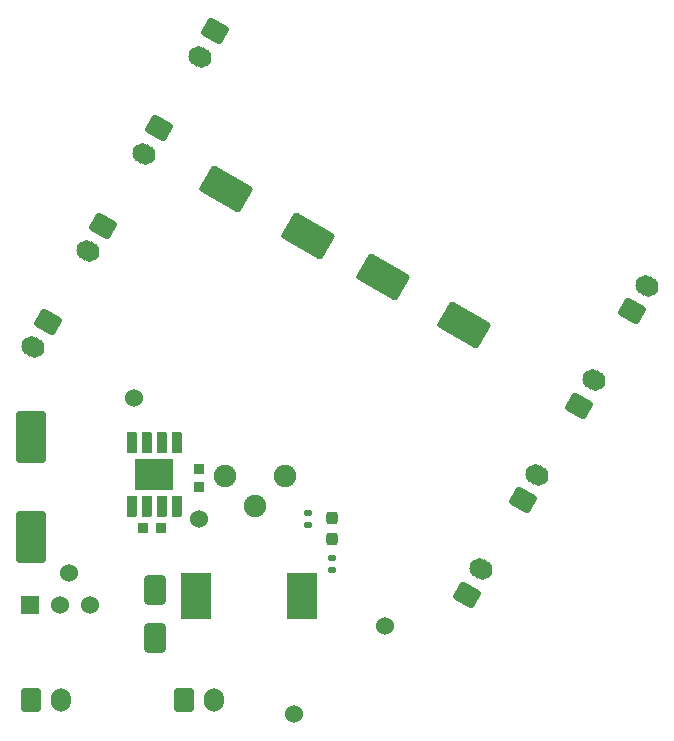
<source format=gbr>
%TF.GenerationSoftware,KiCad,Pcbnew,9.0.5*%
%TF.CreationDate,2025-10-28T18:52:09+09:00*%
%TF.ProjectId,2025_power,32303235-5f70-46f7-9765-722e6b696361,rev?*%
%TF.SameCoordinates,Original*%
%TF.FileFunction,Soldermask,Top*%
%TF.FilePolarity,Negative*%
%FSLAX46Y46*%
G04 Gerber Fmt 4.6, Leading zero omitted, Abs format (unit mm)*
G04 Created by KiCad (PCBNEW 9.0.5) date 2025-10-28 18:52:09*
%MOMM*%
%LPD*%
G01*
G04 APERTURE LIST*
G04 Aperture macros list*
%AMRoundRect*
0 Rectangle with rounded corners*
0 $1 Rounding radius*
0 $2 $3 $4 $5 $6 $7 $8 $9 X,Y pos of 4 corners*
0 Add a 4 corners polygon primitive as box body*
4,1,4,$2,$3,$4,$5,$6,$7,$8,$9,$2,$3,0*
0 Add four circle primitives for the rounded corners*
1,1,$1+$1,$2,$3*
1,1,$1+$1,$4,$5*
1,1,$1+$1,$6,$7*
1,1,$1+$1,$8,$9*
0 Add four rect primitives between the rounded corners*
20,1,$1+$1,$2,$3,$4,$5,0*
20,1,$1+$1,$4,$5,$6,$7,0*
20,1,$1+$1,$6,$7,$8,$9,0*
20,1,$1+$1,$8,$9,$2,$3,0*%
%AMHorizOval*
0 Thick line with rounded ends*
0 $1 width*
0 $2 $3 position (X,Y) of the first rounded end (center of the circle)*
0 $4 $5 position (X,Y) of the second rounded end (center of the circle)*
0 Add line between two ends*
20,1,$1,$2,$3,$4,$5,0*
0 Add two circle primitives to create the rounded ends*
1,1,$1,$2,$3*
1,1,$1,$4,$5*%
G04 Aperture macros list end*
%ADD10C,0.010000*%
%ADD11RoundRect,0.135000X-0.185000X0.135000X-0.185000X-0.135000X0.185000X-0.135000X0.185000X0.135000X0*%
%ADD12R,0.900000X0.900000*%
%ADD13RoundRect,0.237500X-0.237500X0.287500X-0.237500X-0.287500X0.237500X-0.287500X0.237500X0.287500X0*%
%ADD14RoundRect,0.250000X-0.600000X-0.750000X0.600000X-0.750000X0.600000X0.750000X-0.600000X0.750000X0*%
%ADD15O,1.700000X2.000000*%
%ADD16RoundRect,0.250000X-2.015544X0.008975X1.015544X-1.741025X2.015544X-0.008975X-1.015544X1.741025X0*%
%ADD17RoundRect,0.250000X-0.349519X0.894615X-0.949519X-0.144615X0.349519X-0.894615X0.949519X0.144615X0*%
%ADD18HorizOval,1.700000X-0.129904X0.075000X0.129904X-0.075000X0*%
%ADD19RoundRect,0.250000X-0.650000X1.000000X-0.650000X-1.000000X0.650000X-1.000000X0.650000X1.000000X0*%
%ADD20C,1.524000*%
%ADD21RoundRect,0.250000X0.349519X-0.894615X0.949519X0.144615X-0.349519X0.894615X-0.949519X-0.144615X0*%
%ADD22RoundRect,0.250000X1.000000X-1.950000X1.000000X1.950000X-1.000000X1.950000X-1.000000X-1.950000X0*%
%ADD23R,1.524000X1.524000*%
%ADD24R,2.500000X4.000000*%
%ADD25C,1.900000*%
G04 APERTURE END LIST*
D10*
%TO.C,U1*%
X99450000Y-97450000D02*
X96350000Y-97450000D01*
X96350000Y-94850000D01*
X99450000Y-94850000D01*
X99450000Y-97450000D01*
G36*
X99450000Y-97450000D02*
G01*
X96350000Y-97450000D01*
X96350000Y-94850000D01*
X99450000Y-94850000D01*
X99450000Y-97450000D01*
G37*
X96323000Y-92606000D02*
X96325000Y-92606000D01*
X96328000Y-92607000D01*
X96330000Y-92607000D01*
X96333000Y-92608000D01*
X96335000Y-92609000D01*
X96338000Y-92610000D01*
X96340000Y-92612000D01*
X96342000Y-92613000D01*
X96344000Y-92615000D01*
X96346000Y-92616000D01*
X96348000Y-92618000D01*
X96350000Y-92620000D01*
X96352000Y-92622000D01*
X96354000Y-92624000D01*
X96355000Y-92626000D01*
X96357000Y-92628000D01*
X96358000Y-92630000D01*
X96360000Y-92632000D01*
X96361000Y-92635000D01*
X96362000Y-92637000D01*
X96363000Y-92640000D01*
X96363000Y-92642000D01*
X96364000Y-92645000D01*
X96364000Y-92647000D01*
X96365000Y-92650000D01*
X96365000Y-92652000D01*
X96365000Y-92655000D01*
X96365000Y-94245000D01*
X96365000Y-94248000D01*
X96365000Y-94250000D01*
X96364000Y-94253000D01*
X96364000Y-94255000D01*
X96363000Y-94258000D01*
X96363000Y-94260000D01*
X96362000Y-94263000D01*
X96361000Y-94265000D01*
X96360000Y-94268000D01*
X96358000Y-94270000D01*
X96357000Y-94272000D01*
X96355000Y-94274000D01*
X96354000Y-94276000D01*
X96352000Y-94278000D01*
X96350000Y-94280000D01*
X96348000Y-94282000D01*
X96346000Y-94284000D01*
X96344000Y-94285000D01*
X96342000Y-94287000D01*
X96340000Y-94288000D01*
X96338000Y-94290000D01*
X96335000Y-94291000D01*
X96333000Y-94292000D01*
X96330000Y-94293000D01*
X96328000Y-94293000D01*
X96325000Y-94294000D01*
X96323000Y-94294000D01*
X96320000Y-94295000D01*
X96318000Y-94295000D01*
X96315000Y-94295000D01*
X95675000Y-94295000D01*
X95672000Y-94295000D01*
X95670000Y-94295000D01*
X95667000Y-94294000D01*
X95665000Y-94294000D01*
X95662000Y-94293000D01*
X95660000Y-94293000D01*
X95657000Y-94292000D01*
X95655000Y-94291000D01*
X95652000Y-94290000D01*
X95650000Y-94288000D01*
X95648000Y-94287000D01*
X95646000Y-94285000D01*
X95644000Y-94284000D01*
X95642000Y-94282000D01*
X95640000Y-94280000D01*
X95638000Y-94278000D01*
X95636000Y-94276000D01*
X95635000Y-94274000D01*
X95633000Y-94272000D01*
X95632000Y-94270000D01*
X95630000Y-94268000D01*
X95629000Y-94265000D01*
X95628000Y-94263000D01*
X95627000Y-94260000D01*
X95627000Y-94258000D01*
X95626000Y-94255000D01*
X95626000Y-94253000D01*
X95625000Y-94250000D01*
X95625000Y-94248000D01*
X95625000Y-94245000D01*
X95625000Y-92655000D01*
X95625000Y-92652000D01*
X95625000Y-92650000D01*
X95626000Y-92647000D01*
X95626000Y-92645000D01*
X95627000Y-92642000D01*
X95627000Y-92640000D01*
X95628000Y-92637000D01*
X95629000Y-92635000D01*
X95630000Y-92632000D01*
X95632000Y-92630000D01*
X95633000Y-92628000D01*
X95635000Y-92626000D01*
X95636000Y-92624000D01*
X95638000Y-92622000D01*
X95640000Y-92620000D01*
X95642000Y-92618000D01*
X95644000Y-92616000D01*
X95646000Y-92615000D01*
X95648000Y-92613000D01*
X95650000Y-92612000D01*
X95652000Y-92610000D01*
X95655000Y-92609000D01*
X95657000Y-92608000D01*
X95660000Y-92607000D01*
X95662000Y-92607000D01*
X95665000Y-92606000D01*
X95667000Y-92606000D01*
X95670000Y-92605000D01*
X95672000Y-92605000D01*
X95675000Y-92605000D01*
X96315000Y-92605000D01*
X96318000Y-92605000D01*
X96320000Y-92605000D01*
X96323000Y-92606000D01*
G36*
X96323000Y-92606000D02*
G01*
X96325000Y-92606000D01*
X96328000Y-92607000D01*
X96330000Y-92607000D01*
X96333000Y-92608000D01*
X96335000Y-92609000D01*
X96338000Y-92610000D01*
X96340000Y-92612000D01*
X96342000Y-92613000D01*
X96344000Y-92615000D01*
X96346000Y-92616000D01*
X96348000Y-92618000D01*
X96350000Y-92620000D01*
X96352000Y-92622000D01*
X96354000Y-92624000D01*
X96355000Y-92626000D01*
X96357000Y-92628000D01*
X96358000Y-92630000D01*
X96360000Y-92632000D01*
X96361000Y-92635000D01*
X96362000Y-92637000D01*
X96363000Y-92640000D01*
X96363000Y-92642000D01*
X96364000Y-92645000D01*
X96364000Y-92647000D01*
X96365000Y-92650000D01*
X96365000Y-92652000D01*
X96365000Y-92655000D01*
X96365000Y-94245000D01*
X96365000Y-94248000D01*
X96365000Y-94250000D01*
X96364000Y-94253000D01*
X96364000Y-94255000D01*
X96363000Y-94258000D01*
X96363000Y-94260000D01*
X96362000Y-94263000D01*
X96361000Y-94265000D01*
X96360000Y-94268000D01*
X96358000Y-94270000D01*
X96357000Y-94272000D01*
X96355000Y-94274000D01*
X96354000Y-94276000D01*
X96352000Y-94278000D01*
X96350000Y-94280000D01*
X96348000Y-94282000D01*
X96346000Y-94284000D01*
X96344000Y-94285000D01*
X96342000Y-94287000D01*
X96340000Y-94288000D01*
X96338000Y-94290000D01*
X96335000Y-94291000D01*
X96333000Y-94292000D01*
X96330000Y-94293000D01*
X96328000Y-94293000D01*
X96325000Y-94294000D01*
X96323000Y-94294000D01*
X96320000Y-94295000D01*
X96318000Y-94295000D01*
X96315000Y-94295000D01*
X95675000Y-94295000D01*
X95672000Y-94295000D01*
X95670000Y-94295000D01*
X95667000Y-94294000D01*
X95665000Y-94294000D01*
X95662000Y-94293000D01*
X95660000Y-94293000D01*
X95657000Y-94292000D01*
X95655000Y-94291000D01*
X95652000Y-94290000D01*
X95650000Y-94288000D01*
X95648000Y-94287000D01*
X95646000Y-94285000D01*
X95644000Y-94284000D01*
X95642000Y-94282000D01*
X95640000Y-94280000D01*
X95638000Y-94278000D01*
X95636000Y-94276000D01*
X95635000Y-94274000D01*
X95633000Y-94272000D01*
X95632000Y-94270000D01*
X95630000Y-94268000D01*
X95629000Y-94265000D01*
X95628000Y-94263000D01*
X95627000Y-94260000D01*
X95627000Y-94258000D01*
X95626000Y-94255000D01*
X95626000Y-94253000D01*
X95625000Y-94250000D01*
X95625000Y-94248000D01*
X95625000Y-94245000D01*
X95625000Y-92655000D01*
X95625000Y-92652000D01*
X95625000Y-92650000D01*
X95626000Y-92647000D01*
X95626000Y-92645000D01*
X95627000Y-92642000D01*
X95627000Y-92640000D01*
X95628000Y-92637000D01*
X95629000Y-92635000D01*
X95630000Y-92632000D01*
X95632000Y-92630000D01*
X95633000Y-92628000D01*
X95635000Y-92626000D01*
X95636000Y-92624000D01*
X95638000Y-92622000D01*
X95640000Y-92620000D01*
X95642000Y-92618000D01*
X95644000Y-92616000D01*
X95646000Y-92615000D01*
X95648000Y-92613000D01*
X95650000Y-92612000D01*
X95652000Y-92610000D01*
X95655000Y-92609000D01*
X95657000Y-92608000D01*
X95660000Y-92607000D01*
X95662000Y-92607000D01*
X95665000Y-92606000D01*
X95667000Y-92606000D01*
X95670000Y-92605000D01*
X95672000Y-92605000D01*
X95675000Y-92605000D01*
X96315000Y-92605000D01*
X96318000Y-92605000D01*
X96320000Y-92605000D01*
X96323000Y-92606000D01*
G37*
X96323000Y-98006000D02*
X96325000Y-98006000D01*
X96328000Y-98007000D01*
X96330000Y-98007000D01*
X96333000Y-98008000D01*
X96335000Y-98009000D01*
X96338000Y-98010000D01*
X96340000Y-98012000D01*
X96342000Y-98013000D01*
X96344000Y-98015000D01*
X96346000Y-98016000D01*
X96348000Y-98018000D01*
X96350000Y-98020000D01*
X96352000Y-98022000D01*
X96354000Y-98024000D01*
X96355000Y-98026000D01*
X96357000Y-98028000D01*
X96358000Y-98030000D01*
X96360000Y-98032000D01*
X96361000Y-98035000D01*
X96362000Y-98037000D01*
X96363000Y-98040000D01*
X96363000Y-98042000D01*
X96364000Y-98045000D01*
X96364000Y-98047000D01*
X96365000Y-98050000D01*
X96365000Y-98052000D01*
X96365000Y-98055000D01*
X96365000Y-99645000D01*
X96365000Y-99648000D01*
X96365000Y-99650000D01*
X96364000Y-99653000D01*
X96364000Y-99655000D01*
X96363000Y-99658000D01*
X96363000Y-99660000D01*
X96362000Y-99663000D01*
X96361000Y-99665000D01*
X96360000Y-99668000D01*
X96358000Y-99670000D01*
X96357000Y-99672000D01*
X96355000Y-99674000D01*
X96354000Y-99676000D01*
X96352000Y-99678000D01*
X96350000Y-99680000D01*
X96348000Y-99682000D01*
X96346000Y-99684000D01*
X96344000Y-99685000D01*
X96342000Y-99687000D01*
X96340000Y-99688000D01*
X96338000Y-99690000D01*
X96335000Y-99691000D01*
X96333000Y-99692000D01*
X96330000Y-99693000D01*
X96328000Y-99693000D01*
X96325000Y-99694000D01*
X96323000Y-99694000D01*
X96320000Y-99695000D01*
X96318000Y-99695000D01*
X96315000Y-99695000D01*
X95675000Y-99695000D01*
X95672000Y-99695000D01*
X95670000Y-99695000D01*
X95667000Y-99694000D01*
X95665000Y-99694000D01*
X95662000Y-99693000D01*
X95660000Y-99693000D01*
X95657000Y-99692000D01*
X95655000Y-99691000D01*
X95652000Y-99690000D01*
X95650000Y-99688000D01*
X95648000Y-99687000D01*
X95646000Y-99685000D01*
X95644000Y-99684000D01*
X95642000Y-99682000D01*
X95640000Y-99680000D01*
X95638000Y-99678000D01*
X95636000Y-99676000D01*
X95635000Y-99674000D01*
X95633000Y-99672000D01*
X95632000Y-99670000D01*
X95630000Y-99668000D01*
X95629000Y-99665000D01*
X95628000Y-99663000D01*
X95627000Y-99660000D01*
X95627000Y-99658000D01*
X95626000Y-99655000D01*
X95626000Y-99653000D01*
X95625000Y-99650000D01*
X95625000Y-99648000D01*
X95625000Y-99645000D01*
X95625000Y-98055000D01*
X95625000Y-98052000D01*
X95625000Y-98050000D01*
X95626000Y-98047000D01*
X95626000Y-98045000D01*
X95627000Y-98042000D01*
X95627000Y-98040000D01*
X95628000Y-98037000D01*
X95629000Y-98035000D01*
X95630000Y-98032000D01*
X95632000Y-98030000D01*
X95633000Y-98028000D01*
X95635000Y-98026000D01*
X95636000Y-98024000D01*
X95638000Y-98022000D01*
X95640000Y-98020000D01*
X95642000Y-98018000D01*
X95644000Y-98016000D01*
X95646000Y-98015000D01*
X95648000Y-98013000D01*
X95650000Y-98012000D01*
X95652000Y-98010000D01*
X95655000Y-98009000D01*
X95657000Y-98008000D01*
X95660000Y-98007000D01*
X95662000Y-98007000D01*
X95665000Y-98006000D01*
X95667000Y-98006000D01*
X95670000Y-98005000D01*
X95672000Y-98005000D01*
X95675000Y-98005000D01*
X96315000Y-98005000D01*
X96318000Y-98005000D01*
X96320000Y-98005000D01*
X96323000Y-98006000D01*
G36*
X96323000Y-98006000D02*
G01*
X96325000Y-98006000D01*
X96328000Y-98007000D01*
X96330000Y-98007000D01*
X96333000Y-98008000D01*
X96335000Y-98009000D01*
X96338000Y-98010000D01*
X96340000Y-98012000D01*
X96342000Y-98013000D01*
X96344000Y-98015000D01*
X96346000Y-98016000D01*
X96348000Y-98018000D01*
X96350000Y-98020000D01*
X96352000Y-98022000D01*
X96354000Y-98024000D01*
X96355000Y-98026000D01*
X96357000Y-98028000D01*
X96358000Y-98030000D01*
X96360000Y-98032000D01*
X96361000Y-98035000D01*
X96362000Y-98037000D01*
X96363000Y-98040000D01*
X96363000Y-98042000D01*
X96364000Y-98045000D01*
X96364000Y-98047000D01*
X96365000Y-98050000D01*
X96365000Y-98052000D01*
X96365000Y-98055000D01*
X96365000Y-99645000D01*
X96365000Y-99648000D01*
X96365000Y-99650000D01*
X96364000Y-99653000D01*
X96364000Y-99655000D01*
X96363000Y-99658000D01*
X96363000Y-99660000D01*
X96362000Y-99663000D01*
X96361000Y-99665000D01*
X96360000Y-99668000D01*
X96358000Y-99670000D01*
X96357000Y-99672000D01*
X96355000Y-99674000D01*
X96354000Y-99676000D01*
X96352000Y-99678000D01*
X96350000Y-99680000D01*
X96348000Y-99682000D01*
X96346000Y-99684000D01*
X96344000Y-99685000D01*
X96342000Y-99687000D01*
X96340000Y-99688000D01*
X96338000Y-99690000D01*
X96335000Y-99691000D01*
X96333000Y-99692000D01*
X96330000Y-99693000D01*
X96328000Y-99693000D01*
X96325000Y-99694000D01*
X96323000Y-99694000D01*
X96320000Y-99695000D01*
X96318000Y-99695000D01*
X96315000Y-99695000D01*
X95675000Y-99695000D01*
X95672000Y-99695000D01*
X95670000Y-99695000D01*
X95667000Y-99694000D01*
X95665000Y-99694000D01*
X95662000Y-99693000D01*
X95660000Y-99693000D01*
X95657000Y-99692000D01*
X95655000Y-99691000D01*
X95652000Y-99690000D01*
X95650000Y-99688000D01*
X95648000Y-99687000D01*
X95646000Y-99685000D01*
X95644000Y-99684000D01*
X95642000Y-99682000D01*
X95640000Y-99680000D01*
X95638000Y-99678000D01*
X95636000Y-99676000D01*
X95635000Y-99674000D01*
X95633000Y-99672000D01*
X95632000Y-99670000D01*
X95630000Y-99668000D01*
X95629000Y-99665000D01*
X95628000Y-99663000D01*
X95627000Y-99660000D01*
X95627000Y-99658000D01*
X95626000Y-99655000D01*
X95626000Y-99653000D01*
X95625000Y-99650000D01*
X95625000Y-99648000D01*
X95625000Y-99645000D01*
X95625000Y-98055000D01*
X95625000Y-98052000D01*
X95625000Y-98050000D01*
X95626000Y-98047000D01*
X95626000Y-98045000D01*
X95627000Y-98042000D01*
X95627000Y-98040000D01*
X95628000Y-98037000D01*
X95629000Y-98035000D01*
X95630000Y-98032000D01*
X95632000Y-98030000D01*
X95633000Y-98028000D01*
X95635000Y-98026000D01*
X95636000Y-98024000D01*
X95638000Y-98022000D01*
X95640000Y-98020000D01*
X95642000Y-98018000D01*
X95644000Y-98016000D01*
X95646000Y-98015000D01*
X95648000Y-98013000D01*
X95650000Y-98012000D01*
X95652000Y-98010000D01*
X95655000Y-98009000D01*
X95657000Y-98008000D01*
X95660000Y-98007000D01*
X95662000Y-98007000D01*
X95665000Y-98006000D01*
X95667000Y-98006000D01*
X95670000Y-98005000D01*
X95672000Y-98005000D01*
X95675000Y-98005000D01*
X96315000Y-98005000D01*
X96318000Y-98005000D01*
X96320000Y-98005000D01*
X96323000Y-98006000D01*
G37*
X97593000Y-92606000D02*
X97595000Y-92606000D01*
X97598000Y-92607000D01*
X97600000Y-92607000D01*
X97603000Y-92608000D01*
X97605000Y-92609000D01*
X97608000Y-92610000D01*
X97610000Y-92612000D01*
X97612000Y-92613000D01*
X97614000Y-92615000D01*
X97616000Y-92616000D01*
X97618000Y-92618000D01*
X97620000Y-92620000D01*
X97622000Y-92622000D01*
X97624000Y-92624000D01*
X97625000Y-92626000D01*
X97627000Y-92628000D01*
X97628000Y-92630000D01*
X97630000Y-92632000D01*
X97631000Y-92635000D01*
X97632000Y-92637000D01*
X97633000Y-92640000D01*
X97633000Y-92642000D01*
X97634000Y-92645000D01*
X97634000Y-92647000D01*
X97635000Y-92650000D01*
X97635000Y-92652000D01*
X97635000Y-92655000D01*
X97635000Y-94245000D01*
X97635000Y-94248000D01*
X97635000Y-94250000D01*
X97634000Y-94253000D01*
X97634000Y-94255000D01*
X97633000Y-94258000D01*
X97633000Y-94260000D01*
X97632000Y-94263000D01*
X97631000Y-94265000D01*
X97630000Y-94268000D01*
X97628000Y-94270000D01*
X97627000Y-94272000D01*
X97625000Y-94274000D01*
X97624000Y-94276000D01*
X97622000Y-94278000D01*
X97620000Y-94280000D01*
X97618000Y-94282000D01*
X97616000Y-94284000D01*
X97614000Y-94285000D01*
X97612000Y-94287000D01*
X97610000Y-94288000D01*
X97608000Y-94290000D01*
X97605000Y-94291000D01*
X97603000Y-94292000D01*
X97600000Y-94293000D01*
X97598000Y-94293000D01*
X97595000Y-94294000D01*
X97593000Y-94294000D01*
X97590000Y-94295000D01*
X97588000Y-94295000D01*
X97585000Y-94295000D01*
X96945000Y-94295000D01*
X96942000Y-94295000D01*
X96940000Y-94295000D01*
X96937000Y-94294000D01*
X96935000Y-94294000D01*
X96932000Y-94293000D01*
X96930000Y-94293000D01*
X96927000Y-94292000D01*
X96925000Y-94291000D01*
X96922000Y-94290000D01*
X96920000Y-94288000D01*
X96918000Y-94287000D01*
X96916000Y-94285000D01*
X96914000Y-94284000D01*
X96912000Y-94282000D01*
X96910000Y-94280000D01*
X96908000Y-94278000D01*
X96906000Y-94276000D01*
X96905000Y-94274000D01*
X96903000Y-94272000D01*
X96902000Y-94270000D01*
X96900000Y-94268000D01*
X96899000Y-94265000D01*
X96898000Y-94263000D01*
X96897000Y-94260000D01*
X96897000Y-94258000D01*
X96896000Y-94255000D01*
X96896000Y-94253000D01*
X96895000Y-94250000D01*
X96895000Y-94248000D01*
X96895000Y-94245000D01*
X96895000Y-92655000D01*
X96895000Y-92652000D01*
X96895000Y-92650000D01*
X96896000Y-92647000D01*
X96896000Y-92645000D01*
X96897000Y-92642000D01*
X96897000Y-92640000D01*
X96898000Y-92637000D01*
X96899000Y-92635000D01*
X96900000Y-92632000D01*
X96902000Y-92630000D01*
X96903000Y-92628000D01*
X96905000Y-92626000D01*
X96906000Y-92624000D01*
X96908000Y-92622000D01*
X96910000Y-92620000D01*
X96912000Y-92618000D01*
X96914000Y-92616000D01*
X96916000Y-92615000D01*
X96918000Y-92613000D01*
X96920000Y-92612000D01*
X96922000Y-92610000D01*
X96925000Y-92609000D01*
X96927000Y-92608000D01*
X96930000Y-92607000D01*
X96932000Y-92607000D01*
X96935000Y-92606000D01*
X96937000Y-92606000D01*
X96940000Y-92605000D01*
X96942000Y-92605000D01*
X96945000Y-92605000D01*
X97585000Y-92605000D01*
X97588000Y-92605000D01*
X97590000Y-92605000D01*
X97593000Y-92606000D01*
G36*
X97593000Y-92606000D02*
G01*
X97595000Y-92606000D01*
X97598000Y-92607000D01*
X97600000Y-92607000D01*
X97603000Y-92608000D01*
X97605000Y-92609000D01*
X97608000Y-92610000D01*
X97610000Y-92612000D01*
X97612000Y-92613000D01*
X97614000Y-92615000D01*
X97616000Y-92616000D01*
X97618000Y-92618000D01*
X97620000Y-92620000D01*
X97622000Y-92622000D01*
X97624000Y-92624000D01*
X97625000Y-92626000D01*
X97627000Y-92628000D01*
X97628000Y-92630000D01*
X97630000Y-92632000D01*
X97631000Y-92635000D01*
X97632000Y-92637000D01*
X97633000Y-92640000D01*
X97633000Y-92642000D01*
X97634000Y-92645000D01*
X97634000Y-92647000D01*
X97635000Y-92650000D01*
X97635000Y-92652000D01*
X97635000Y-92655000D01*
X97635000Y-94245000D01*
X97635000Y-94248000D01*
X97635000Y-94250000D01*
X97634000Y-94253000D01*
X97634000Y-94255000D01*
X97633000Y-94258000D01*
X97633000Y-94260000D01*
X97632000Y-94263000D01*
X97631000Y-94265000D01*
X97630000Y-94268000D01*
X97628000Y-94270000D01*
X97627000Y-94272000D01*
X97625000Y-94274000D01*
X97624000Y-94276000D01*
X97622000Y-94278000D01*
X97620000Y-94280000D01*
X97618000Y-94282000D01*
X97616000Y-94284000D01*
X97614000Y-94285000D01*
X97612000Y-94287000D01*
X97610000Y-94288000D01*
X97608000Y-94290000D01*
X97605000Y-94291000D01*
X97603000Y-94292000D01*
X97600000Y-94293000D01*
X97598000Y-94293000D01*
X97595000Y-94294000D01*
X97593000Y-94294000D01*
X97590000Y-94295000D01*
X97588000Y-94295000D01*
X97585000Y-94295000D01*
X96945000Y-94295000D01*
X96942000Y-94295000D01*
X96940000Y-94295000D01*
X96937000Y-94294000D01*
X96935000Y-94294000D01*
X96932000Y-94293000D01*
X96930000Y-94293000D01*
X96927000Y-94292000D01*
X96925000Y-94291000D01*
X96922000Y-94290000D01*
X96920000Y-94288000D01*
X96918000Y-94287000D01*
X96916000Y-94285000D01*
X96914000Y-94284000D01*
X96912000Y-94282000D01*
X96910000Y-94280000D01*
X96908000Y-94278000D01*
X96906000Y-94276000D01*
X96905000Y-94274000D01*
X96903000Y-94272000D01*
X96902000Y-94270000D01*
X96900000Y-94268000D01*
X96899000Y-94265000D01*
X96898000Y-94263000D01*
X96897000Y-94260000D01*
X96897000Y-94258000D01*
X96896000Y-94255000D01*
X96896000Y-94253000D01*
X96895000Y-94250000D01*
X96895000Y-94248000D01*
X96895000Y-94245000D01*
X96895000Y-92655000D01*
X96895000Y-92652000D01*
X96895000Y-92650000D01*
X96896000Y-92647000D01*
X96896000Y-92645000D01*
X96897000Y-92642000D01*
X96897000Y-92640000D01*
X96898000Y-92637000D01*
X96899000Y-92635000D01*
X96900000Y-92632000D01*
X96902000Y-92630000D01*
X96903000Y-92628000D01*
X96905000Y-92626000D01*
X96906000Y-92624000D01*
X96908000Y-92622000D01*
X96910000Y-92620000D01*
X96912000Y-92618000D01*
X96914000Y-92616000D01*
X96916000Y-92615000D01*
X96918000Y-92613000D01*
X96920000Y-92612000D01*
X96922000Y-92610000D01*
X96925000Y-92609000D01*
X96927000Y-92608000D01*
X96930000Y-92607000D01*
X96932000Y-92607000D01*
X96935000Y-92606000D01*
X96937000Y-92606000D01*
X96940000Y-92605000D01*
X96942000Y-92605000D01*
X96945000Y-92605000D01*
X97585000Y-92605000D01*
X97588000Y-92605000D01*
X97590000Y-92605000D01*
X97593000Y-92606000D01*
G37*
X97593000Y-98006000D02*
X97595000Y-98006000D01*
X97598000Y-98007000D01*
X97600000Y-98007000D01*
X97603000Y-98008000D01*
X97605000Y-98009000D01*
X97608000Y-98010000D01*
X97610000Y-98012000D01*
X97612000Y-98013000D01*
X97614000Y-98015000D01*
X97616000Y-98016000D01*
X97618000Y-98018000D01*
X97620000Y-98020000D01*
X97622000Y-98022000D01*
X97624000Y-98024000D01*
X97625000Y-98026000D01*
X97627000Y-98028000D01*
X97628000Y-98030000D01*
X97630000Y-98032000D01*
X97631000Y-98035000D01*
X97632000Y-98037000D01*
X97633000Y-98040000D01*
X97633000Y-98042000D01*
X97634000Y-98045000D01*
X97634000Y-98047000D01*
X97635000Y-98050000D01*
X97635000Y-98052000D01*
X97635000Y-98055000D01*
X97635000Y-99645000D01*
X97635000Y-99648000D01*
X97635000Y-99650000D01*
X97634000Y-99653000D01*
X97634000Y-99655000D01*
X97633000Y-99658000D01*
X97633000Y-99660000D01*
X97632000Y-99663000D01*
X97631000Y-99665000D01*
X97630000Y-99668000D01*
X97628000Y-99670000D01*
X97627000Y-99672000D01*
X97625000Y-99674000D01*
X97624000Y-99676000D01*
X97622000Y-99678000D01*
X97620000Y-99680000D01*
X97618000Y-99682000D01*
X97616000Y-99684000D01*
X97614000Y-99685000D01*
X97612000Y-99687000D01*
X97610000Y-99688000D01*
X97608000Y-99690000D01*
X97605000Y-99691000D01*
X97603000Y-99692000D01*
X97600000Y-99693000D01*
X97598000Y-99693000D01*
X97595000Y-99694000D01*
X97593000Y-99694000D01*
X97590000Y-99695000D01*
X97588000Y-99695000D01*
X97585000Y-99695000D01*
X96945000Y-99695000D01*
X96942000Y-99695000D01*
X96940000Y-99695000D01*
X96937000Y-99694000D01*
X96935000Y-99694000D01*
X96932000Y-99693000D01*
X96930000Y-99693000D01*
X96927000Y-99692000D01*
X96925000Y-99691000D01*
X96922000Y-99690000D01*
X96920000Y-99688000D01*
X96918000Y-99687000D01*
X96916000Y-99685000D01*
X96914000Y-99684000D01*
X96912000Y-99682000D01*
X96910000Y-99680000D01*
X96908000Y-99678000D01*
X96906000Y-99676000D01*
X96905000Y-99674000D01*
X96903000Y-99672000D01*
X96902000Y-99670000D01*
X96900000Y-99668000D01*
X96899000Y-99665000D01*
X96898000Y-99663000D01*
X96897000Y-99660000D01*
X96897000Y-99658000D01*
X96896000Y-99655000D01*
X96896000Y-99653000D01*
X96895000Y-99650000D01*
X96895000Y-99648000D01*
X96895000Y-99645000D01*
X96895000Y-98055000D01*
X96895000Y-98052000D01*
X96895000Y-98050000D01*
X96896000Y-98047000D01*
X96896000Y-98045000D01*
X96897000Y-98042000D01*
X96897000Y-98040000D01*
X96898000Y-98037000D01*
X96899000Y-98035000D01*
X96900000Y-98032000D01*
X96902000Y-98030000D01*
X96903000Y-98028000D01*
X96905000Y-98026000D01*
X96906000Y-98024000D01*
X96908000Y-98022000D01*
X96910000Y-98020000D01*
X96912000Y-98018000D01*
X96914000Y-98016000D01*
X96916000Y-98015000D01*
X96918000Y-98013000D01*
X96920000Y-98012000D01*
X96922000Y-98010000D01*
X96925000Y-98009000D01*
X96927000Y-98008000D01*
X96930000Y-98007000D01*
X96932000Y-98007000D01*
X96935000Y-98006000D01*
X96937000Y-98006000D01*
X96940000Y-98005000D01*
X96942000Y-98005000D01*
X96945000Y-98005000D01*
X97585000Y-98005000D01*
X97588000Y-98005000D01*
X97590000Y-98005000D01*
X97593000Y-98006000D01*
G36*
X97593000Y-98006000D02*
G01*
X97595000Y-98006000D01*
X97598000Y-98007000D01*
X97600000Y-98007000D01*
X97603000Y-98008000D01*
X97605000Y-98009000D01*
X97608000Y-98010000D01*
X97610000Y-98012000D01*
X97612000Y-98013000D01*
X97614000Y-98015000D01*
X97616000Y-98016000D01*
X97618000Y-98018000D01*
X97620000Y-98020000D01*
X97622000Y-98022000D01*
X97624000Y-98024000D01*
X97625000Y-98026000D01*
X97627000Y-98028000D01*
X97628000Y-98030000D01*
X97630000Y-98032000D01*
X97631000Y-98035000D01*
X97632000Y-98037000D01*
X97633000Y-98040000D01*
X97633000Y-98042000D01*
X97634000Y-98045000D01*
X97634000Y-98047000D01*
X97635000Y-98050000D01*
X97635000Y-98052000D01*
X97635000Y-98055000D01*
X97635000Y-99645000D01*
X97635000Y-99648000D01*
X97635000Y-99650000D01*
X97634000Y-99653000D01*
X97634000Y-99655000D01*
X97633000Y-99658000D01*
X97633000Y-99660000D01*
X97632000Y-99663000D01*
X97631000Y-99665000D01*
X97630000Y-99668000D01*
X97628000Y-99670000D01*
X97627000Y-99672000D01*
X97625000Y-99674000D01*
X97624000Y-99676000D01*
X97622000Y-99678000D01*
X97620000Y-99680000D01*
X97618000Y-99682000D01*
X97616000Y-99684000D01*
X97614000Y-99685000D01*
X97612000Y-99687000D01*
X97610000Y-99688000D01*
X97608000Y-99690000D01*
X97605000Y-99691000D01*
X97603000Y-99692000D01*
X97600000Y-99693000D01*
X97598000Y-99693000D01*
X97595000Y-99694000D01*
X97593000Y-99694000D01*
X97590000Y-99695000D01*
X97588000Y-99695000D01*
X97585000Y-99695000D01*
X96945000Y-99695000D01*
X96942000Y-99695000D01*
X96940000Y-99695000D01*
X96937000Y-99694000D01*
X96935000Y-99694000D01*
X96932000Y-99693000D01*
X96930000Y-99693000D01*
X96927000Y-99692000D01*
X96925000Y-99691000D01*
X96922000Y-99690000D01*
X96920000Y-99688000D01*
X96918000Y-99687000D01*
X96916000Y-99685000D01*
X96914000Y-99684000D01*
X96912000Y-99682000D01*
X96910000Y-99680000D01*
X96908000Y-99678000D01*
X96906000Y-99676000D01*
X96905000Y-99674000D01*
X96903000Y-99672000D01*
X96902000Y-99670000D01*
X96900000Y-99668000D01*
X96899000Y-99665000D01*
X96898000Y-99663000D01*
X96897000Y-99660000D01*
X96897000Y-99658000D01*
X96896000Y-99655000D01*
X96896000Y-99653000D01*
X96895000Y-99650000D01*
X96895000Y-99648000D01*
X96895000Y-99645000D01*
X96895000Y-98055000D01*
X96895000Y-98052000D01*
X96895000Y-98050000D01*
X96896000Y-98047000D01*
X96896000Y-98045000D01*
X96897000Y-98042000D01*
X96897000Y-98040000D01*
X96898000Y-98037000D01*
X96899000Y-98035000D01*
X96900000Y-98032000D01*
X96902000Y-98030000D01*
X96903000Y-98028000D01*
X96905000Y-98026000D01*
X96906000Y-98024000D01*
X96908000Y-98022000D01*
X96910000Y-98020000D01*
X96912000Y-98018000D01*
X96914000Y-98016000D01*
X96916000Y-98015000D01*
X96918000Y-98013000D01*
X96920000Y-98012000D01*
X96922000Y-98010000D01*
X96925000Y-98009000D01*
X96927000Y-98008000D01*
X96930000Y-98007000D01*
X96932000Y-98007000D01*
X96935000Y-98006000D01*
X96937000Y-98006000D01*
X96940000Y-98005000D01*
X96942000Y-98005000D01*
X96945000Y-98005000D01*
X97585000Y-98005000D01*
X97588000Y-98005000D01*
X97590000Y-98005000D01*
X97593000Y-98006000D01*
G37*
X98863000Y-92606000D02*
X98865000Y-92606000D01*
X98868000Y-92607000D01*
X98870000Y-92607000D01*
X98873000Y-92608000D01*
X98875000Y-92609000D01*
X98878000Y-92610000D01*
X98880000Y-92612000D01*
X98882000Y-92613000D01*
X98884000Y-92615000D01*
X98886000Y-92616000D01*
X98888000Y-92618000D01*
X98890000Y-92620000D01*
X98892000Y-92622000D01*
X98894000Y-92624000D01*
X98895000Y-92626000D01*
X98897000Y-92628000D01*
X98898000Y-92630000D01*
X98900000Y-92632000D01*
X98901000Y-92635000D01*
X98902000Y-92637000D01*
X98903000Y-92640000D01*
X98903000Y-92642000D01*
X98904000Y-92645000D01*
X98904000Y-92647000D01*
X98905000Y-92650000D01*
X98905000Y-92652000D01*
X98905000Y-92655000D01*
X98905000Y-94245000D01*
X98905000Y-94248000D01*
X98905000Y-94250000D01*
X98904000Y-94253000D01*
X98904000Y-94255000D01*
X98903000Y-94258000D01*
X98903000Y-94260000D01*
X98902000Y-94263000D01*
X98901000Y-94265000D01*
X98900000Y-94268000D01*
X98898000Y-94270000D01*
X98897000Y-94272000D01*
X98895000Y-94274000D01*
X98894000Y-94276000D01*
X98892000Y-94278000D01*
X98890000Y-94280000D01*
X98888000Y-94282000D01*
X98886000Y-94284000D01*
X98884000Y-94285000D01*
X98882000Y-94287000D01*
X98880000Y-94288000D01*
X98878000Y-94290000D01*
X98875000Y-94291000D01*
X98873000Y-94292000D01*
X98870000Y-94293000D01*
X98868000Y-94293000D01*
X98865000Y-94294000D01*
X98863000Y-94294000D01*
X98860000Y-94295000D01*
X98858000Y-94295000D01*
X98855000Y-94295000D01*
X98215000Y-94295000D01*
X98212000Y-94295000D01*
X98210000Y-94295000D01*
X98207000Y-94294000D01*
X98205000Y-94294000D01*
X98202000Y-94293000D01*
X98200000Y-94293000D01*
X98197000Y-94292000D01*
X98195000Y-94291000D01*
X98192000Y-94290000D01*
X98190000Y-94288000D01*
X98188000Y-94287000D01*
X98186000Y-94285000D01*
X98184000Y-94284000D01*
X98182000Y-94282000D01*
X98180000Y-94280000D01*
X98178000Y-94278000D01*
X98176000Y-94276000D01*
X98175000Y-94274000D01*
X98173000Y-94272000D01*
X98172000Y-94270000D01*
X98170000Y-94268000D01*
X98169000Y-94265000D01*
X98168000Y-94263000D01*
X98167000Y-94260000D01*
X98167000Y-94258000D01*
X98166000Y-94255000D01*
X98166000Y-94253000D01*
X98165000Y-94250000D01*
X98165000Y-94248000D01*
X98165000Y-94245000D01*
X98165000Y-92655000D01*
X98165000Y-92652000D01*
X98165000Y-92650000D01*
X98166000Y-92647000D01*
X98166000Y-92645000D01*
X98167000Y-92642000D01*
X98167000Y-92640000D01*
X98168000Y-92637000D01*
X98169000Y-92635000D01*
X98170000Y-92632000D01*
X98172000Y-92630000D01*
X98173000Y-92628000D01*
X98175000Y-92626000D01*
X98176000Y-92624000D01*
X98178000Y-92622000D01*
X98180000Y-92620000D01*
X98182000Y-92618000D01*
X98184000Y-92616000D01*
X98186000Y-92615000D01*
X98188000Y-92613000D01*
X98190000Y-92612000D01*
X98192000Y-92610000D01*
X98195000Y-92609000D01*
X98197000Y-92608000D01*
X98200000Y-92607000D01*
X98202000Y-92607000D01*
X98205000Y-92606000D01*
X98207000Y-92606000D01*
X98210000Y-92605000D01*
X98212000Y-92605000D01*
X98215000Y-92605000D01*
X98855000Y-92605000D01*
X98858000Y-92605000D01*
X98860000Y-92605000D01*
X98863000Y-92606000D01*
G36*
X98863000Y-92606000D02*
G01*
X98865000Y-92606000D01*
X98868000Y-92607000D01*
X98870000Y-92607000D01*
X98873000Y-92608000D01*
X98875000Y-92609000D01*
X98878000Y-92610000D01*
X98880000Y-92612000D01*
X98882000Y-92613000D01*
X98884000Y-92615000D01*
X98886000Y-92616000D01*
X98888000Y-92618000D01*
X98890000Y-92620000D01*
X98892000Y-92622000D01*
X98894000Y-92624000D01*
X98895000Y-92626000D01*
X98897000Y-92628000D01*
X98898000Y-92630000D01*
X98900000Y-92632000D01*
X98901000Y-92635000D01*
X98902000Y-92637000D01*
X98903000Y-92640000D01*
X98903000Y-92642000D01*
X98904000Y-92645000D01*
X98904000Y-92647000D01*
X98905000Y-92650000D01*
X98905000Y-92652000D01*
X98905000Y-92655000D01*
X98905000Y-94245000D01*
X98905000Y-94248000D01*
X98905000Y-94250000D01*
X98904000Y-94253000D01*
X98904000Y-94255000D01*
X98903000Y-94258000D01*
X98903000Y-94260000D01*
X98902000Y-94263000D01*
X98901000Y-94265000D01*
X98900000Y-94268000D01*
X98898000Y-94270000D01*
X98897000Y-94272000D01*
X98895000Y-94274000D01*
X98894000Y-94276000D01*
X98892000Y-94278000D01*
X98890000Y-94280000D01*
X98888000Y-94282000D01*
X98886000Y-94284000D01*
X98884000Y-94285000D01*
X98882000Y-94287000D01*
X98880000Y-94288000D01*
X98878000Y-94290000D01*
X98875000Y-94291000D01*
X98873000Y-94292000D01*
X98870000Y-94293000D01*
X98868000Y-94293000D01*
X98865000Y-94294000D01*
X98863000Y-94294000D01*
X98860000Y-94295000D01*
X98858000Y-94295000D01*
X98855000Y-94295000D01*
X98215000Y-94295000D01*
X98212000Y-94295000D01*
X98210000Y-94295000D01*
X98207000Y-94294000D01*
X98205000Y-94294000D01*
X98202000Y-94293000D01*
X98200000Y-94293000D01*
X98197000Y-94292000D01*
X98195000Y-94291000D01*
X98192000Y-94290000D01*
X98190000Y-94288000D01*
X98188000Y-94287000D01*
X98186000Y-94285000D01*
X98184000Y-94284000D01*
X98182000Y-94282000D01*
X98180000Y-94280000D01*
X98178000Y-94278000D01*
X98176000Y-94276000D01*
X98175000Y-94274000D01*
X98173000Y-94272000D01*
X98172000Y-94270000D01*
X98170000Y-94268000D01*
X98169000Y-94265000D01*
X98168000Y-94263000D01*
X98167000Y-94260000D01*
X98167000Y-94258000D01*
X98166000Y-94255000D01*
X98166000Y-94253000D01*
X98165000Y-94250000D01*
X98165000Y-94248000D01*
X98165000Y-94245000D01*
X98165000Y-92655000D01*
X98165000Y-92652000D01*
X98165000Y-92650000D01*
X98166000Y-92647000D01*
X98166000Y-92645000D01*
X98167000Y-92642000D01*
X98167000Y-92640000D01*
X98168000Y-92637000D01*
X98169000Y-92635000D01*
X98170000Y-92632000D01*
X98172000Y-92630000D01*
X98173000Y-92628000D01*
X98175000Y-92626000D01*
X98176000Y-92624000D01*
X98178000Y-92622000D01*
X98180000Y-92620000D01*
X98182000Y-92618000D01*
X98184000Y-92616000D01*
X98186000Y-92615000D01*
X98188000Y-92613000D01*
X98190000Y-92612000D01*
X98192000Y-92610000D01*
X98195000Y-92609000D01*
X98197000Y-92608000D01*
X98200000Y-92607000D01*
X98202000Y-92607000D01*
X98205000Y-92606000D01*
X98207000Y-92606000D01*
X98210000Y-92605000D01*
X98212000Y-92605000D01*
X98215000Y-92605000D01*
X98855000Y-92605000D01*
X98858000Y-92605000D01*
X98860000Y-92605000D01*
X98863000Y-92606000D01*
G37*
X98863000Y-98006000D02*
X98865000Y-98006000D01*
X98868000Y-98007000D01*
X98870000Y-98007000D01*
X98873000Y-98008000D01*
X98875000Y-98009000D01*
X98878000Y-98010000D01*
X98880000Y-98012000D01*
X98882000Y-98013000D01*
X98884000Y-98015000D01*
X98886000Y-98016000D01*
X98888000Y-98018000D01*
X98890000Y-98020000D01*
X98892000Y-98022000D01*
X98894000Y-98024000D01*
X98895000Y-98026000D01*
X98897000Y-98028000D01*
X98898000Y-98030000D01*
X98900000Y-98032000D01*
X98901000Y-98035000D01*
X98902000Y-98037000D01*
X98903000Y-98040000D01*
X98903000Y-98042000D01*
X98904000Y-98045000D01*
X98904000Y-98047000D01*
X98905000Y-98050000D01*
X98905000Y-98052000D01*
X98905000Y-98055000D01*
X98905000Y-99645000D01*
X98905000Y-99648000D01*
X98905000Y-99650000D01*
X98904000Y-99653000D01*
X98904000Y-99655000D01*
X98903000Y-99658000D01*
X98903000Y-99660000D01*
X98902000Y-99663000D01*
X98901000Y-99665000D01*
X98900000Y-99668000D01*
X98898000Y-99670000D01*
X98897000Y-99672000D01*
X98895000Y-99674000D01*
X98894000Y-99676000D01*
X98892000Y-99678000D01*
X98890000Y-99680000D01*
X98888000Y-99682000D01*
X98886000Y-99684000D01*
X98884000Y-99685000D01*
X98882000Y-99687000D01*
X98880000Y-99688000D01*
X98878000Y-99690000D01*
X98875000Y-99691000D01*
X98873000Y-99692000D01*
X98870000Y-99693000D01*
X98868000Y-99693000D01*
X98865000Y-99694000D01*
X98863000Y-99694000D01*
X98860000Y-99695000D01*
X98858000Y-99695000D01*
X98855000Y-99695000D01*
X98215000Y-99695000D01*
X98212000Y-99695000D01*
X98210000Y-99695000D01*
X98207000Y-99694000D01*
X98205000Y-99694000D01*
X98202000Y-99693000D01*
X98200000Y-99693000D01*
X98197000Y-99692000D01*
X98195000Y-99691000D01*
X98192000Y-99690000D01*
X98190000Y-99688000D01*
X98188000Y-99687000D01*
X98186000Y-99685000D01*
X98184000Y-99684000D01*
X98182000Y-99682000D01*
X98180000Y-99680000D01*
X98178000Y-99678000D01*
X98176000Y-99676000D01*
X98175000Y-99674000D01*
X98173000Y-99672000D01*
X98172000Y-99670000D01*
X98170000Y-99668000D01*
X98169000Y-99665000D01*
X98168000Y-99663000D01*
X98167000Y-99660000D01*
X98167000Y-99658000D01*
X98166000Y-99655000D01*
X98166000Y-99653000D01*
X98165000Y-99650000D01*
X98165000Y-99648000D01*
X98165000Y-99645000D01*
X98165000Y-98055000D01*
X98165000Y-98052000D01*
X98165000Y-98050000D01*
X98166000Y-98047000D01*
X98166000Y-98045000D01*
X98167000Y-98042000D01*
X98167000Y-98040000D01*
X98168000Y-98037000D01*
X98169000Y-98035000D01*
X98170000Y-98032000D01*
X98172000Y-98030000D01*
X98173000Y-98028000D01*
X98175000Y-98026000D01*
X98176000Y-98024000D01*
X98178000Y-98022000D01*
X98180000Y-98020000D01*
X98182000Y-98018000D01*
X98184000Y-98016000D01*
X98186000Y-98015000D01*
X98188000Y-98013000D01*
X98190000Y-98012000D01*
X98192000Y-98010000D01*
X98195000Y-98009000D01*
X98197000Y-98008000D01*
X98200000Y-98007000D01*
X98202000Y-98007000D01*
X98205000Y-98006000D01*
X98207000Y-98006000D01*
X98210000Y-98005000D01*
X98212000Y-98005000D01*
X98215000Y-98005000D01*
X98855000Y-98005000D01*
X98858000Y-98005000D01*
X98860000Y-98005000D01*
X98863000Y-98006000D01*
G36*
X98863000Y-98006000D02*
G01*
X98865000Y-98006000D01*
X98868000Y-98007000D01*
X98870000Y-98007000D01*
X98873000Y-98008000D01*
X98875000Y-98009000D01*
X98878000Y-98010000D01*
X98880000Y-98012000D01*
X98882000Y-98013000D01*
X98884000Y-98015000D01*
X98886000Y-98016000D01*
X98888000Y-98018000D01*
X98890000Y-98020000D01*
X98892000Y-98022000D01*
X98894000Y-98024000D01*
X98895000Y-98026000D01*
X98897000Y-98028000D01*
X98898000Y-98030000D01*
X98900000Y-98032000D01*
X98901000Y-98035000D01*
X98902000Y-98037000D01*
X98903000Y-98040000D01*
X98903000Y-98042000D01*
X98904000Y-98045000D01*
X98904000Y-98047000D01*
X98905000Y-98050000D01*
X98905000Y-98052000D01*
X98905000Y-98055000D01*
X98905000Y-99645000D01*
X98905000Y-99648000D01*
X98905000Y-99650000D01*
X98904000Y-99653000D01*
X98904000Y-99655000D01*
X98903000Y-99658000D01*
X98903000Y-99660000D01*
X98902000Y-99663000D01*
X98901000Y-99665000D01*
X98900000Y-99668000D01*
X98898000Y-99670000D01*
X98897000Y-99672000D01*
X98895000Y-99674000D01*
X98894000Y-99676000D01*
X98892000Y-99678000D01*
X98890000Y-99680000D01*
X98888000Y-99682000D01*
X98886000Y-99684000D01*
X98884000Y-99685000D01*
X98882000Y-99687000D01*
X98880000Y-99688000D01*
X98878000Y-99690000D01*
X98875000Y-99691000D01*
X98873000Y-99692000D01*
X98870000Y-99693000D01*
X98868000Y-99693000D01*
X98865000Y-99694000D01*
X98863000Y-99694000D01*
X98860000Y-99695000D01*
X98858000Y-99695000D01*
X98855000Y-99695000D01*
X98215000Y-99695000D01*
X98212000Y-99695000D01*
X98210000Y-99695000D01*
X98207000Y-99694000D01*
X98205000Y-99694000D01*
X98202000Y-99693000D01*
X98200000Y-99693000D01*
X98197000Y-99692000D01*
X98195000Y-99691000D01*
X98192000Y-99690000D01*
X98190000Y-99688000D01*
X98188000Y-99687000D01*
X98186000Y-99685000D01*
X98184000Y-99684000D01*
X98182000Y-99682000D01*
X98180000Y-99680000D01*
X98178000Y-99678000D01*
X98176000Y-99676000D01*
X98175000Y-99674000D01*
X98173000Y-99672000D01*
X98172000Y-99670000D01*
X98170000Y-99668000D01*
X98169000Y-99665000D01*
X98168000Y-99663000D01*
X98167000Y-99660000D01*
X98167000Y-99658000D01*
X98166000Y-99655000D01*
X98166000Y-99653000D01*
X98165000Y-99650000D01*
X98165000Y-99648000D01*
X98165000Y-99645000D01*
X98165000Y-98055000D01*
X98165000Y-98052000D01*
X98165000Y-98050000D01*
X98166000Y-98047000D01*
X98166000Y-98045000D01*
X98167000Y-98042000D01*
X98167000Y-98040000D01*
X98168000Y-98037000D01*
X98169000Y-98035000D01*
X98170000Y-98032000D01*
X98172000Y-98030000D01*
X98173000Y-98028000D01*
X98175000Y-98026000D01*
X98176000Y-98024000D01*
X98178000Y-98022000D01*
X98180000Y-98020000D01*
X98182000Y-98018000D01*
X98184000Y-98016000D01*
X98186000Y-98015000D01*
X98188000Y-98013000D01*
X98190000Y-98012000D01*
X98192000Y-98010000D01*
X98195000Y-98009000D01*
X98197000Y-98008000D01*
X98200000Y-98007000D01*
X98202000Y-98007000D01*
X98205000Y-98006000D01*
X98207000Y-98006000D01*
X98210000Y-98005000D01*
X98212000Y-98005000D01*
X98215000Y-98005000D01*
X98855000Y-98005000D01*
X98858000Y-98005000D01*
X98860000Y-98005000D01*
X98863000Y-98006000D01*
G37*
X100133000Y-92606000D02*
X100135000Y-92606000D01*
X100138000Y-92607000D01*
X100140000Y-92607000D01*
X100143000Y-92608000D01*
X100145000Y-92609000D01*
X100148000Y-92610000D01*
X100150000Y-92612000D01*
X100152000Y-92613000D01*
X100154000Y-92615000D01*
X100156000Y-92616000D01*
X100158000Y-92618000D01*
X100160000Y-92620000D01*
X100162000Y-92622000D01*
X100164000Y-92624000D01*
X100165000Y-92626000D01*
X100167000Y-92628000D01*
X100168000Y-92630000D01*
X100170000Y-92632000D01*
X100171000Y-92635000D01*
X100172000Y-92637000D01*
X100173000Y-92640000D01*
X100173000Y-92642000D01*
X100174000Y-92645000D01*
X100174000Y-92647000D01*
X100175000Y-92650000D01*
X100175000Y-92652000D01*
X100175000Y-92655000D01*
X100175000Y-94245000D01*
X100175000Y-94248000D01*
X100175000Y-94250000D01*
X100174000Y-94253000D01*
X100174000Y-94255000D01*
X100173000Y-94258000D01*
X100173000Y-94260000D01*
X100172000Y-94263000D01*
X100171000Y-94265000D01*
X100170000Y-94268000D01*
X100168000Y-94270000D01*
X100167000Y-94272000D01*
X100165000Y-94274000D01*
X100164000Y-94276000D01*
X100162000Y-94278000D01*
X100160000Y-94280000D01*
X100158000Y-94282000D01*
X100156000Y-94284000D01*
X100154000Y-94285000D01*
X100152000Y-94287000D01*
X100150000Y-94288000D01*
X100148000Y-94290000D01*
X100145000Y-94291000D01*
X100143000Y-94292000D01*
X100140000Y-94293000D01*
X100138000Y-94293000D01*
X100135000Y-94294000D01*
X100133000Y-94294000D01*
X100130000Y-94295000D01*
X100128000Y-94295000D01*
X100125000Y-94295000D01*
X99485000Y-94295000D01*
X99482000Y-94295000D01*
X99480000Y-94295000D01*
X99477000Y-94294000D01*
X99475000Y-94294000D01*
X99472000Y-94293000D01*
X99470000Y-94293000D01*
X99467000Y-94292000D01*
X99465000Y-94291000D01*
X99462000Y-94290000D01*
X99460000Y-94288000D01*
X99458000Y-94287000D01*
X99456000Y-94285000D01*
X99454000Y-94284000D01*
X99452000Y-94282000D01*
X99450000Y-94280000D01*
X99448000Y-94278000D01*
X99446000Y-94276000D01*
X99445000Y-94274000D01*
X99443000Y-94272000D01*
X99442000Y-94270000D01*
X99440000Y-94268000D01*
X99439000Y-94265000D01*
X99438000Y-94263000D01*
X99437000Y-94260000D01*
X99437000Y-94258000D01*
X99436000Y-94255000D01*
X99436000Y-94253000D01*
X99435000Y-94250000D01*
X99435000Y-94248000D01*
X99435000Y-94245000D01*
X99435000Y-92655000D01*
X99435000Y-92652000D01*
X99435000Y-92650000D01*
X99436000Y-92647000D01*
X99436000Y-92645000D01*
X99437000Y-92642000D01*
X99437000Y-92640000D01*
X99438000Y-92637000D01*
X99439000Y-92635000D01*
X99440000Y-92632000D01*
X99442000Y-92630000D01*
X99443000Y-92628000D01*
X99445000Y-92626000D01*
X99446000Y-92624000D01*
X99448000Y-92622000D01*
X99450000Y-92620000D01*
X99452000Y-92618000D01*
X99454000Y-92616000D01*
X99456000Y-92615000D01*
X99458000Y-92613000D01*
X99460000Y-92612000D01*
X99462000Y-92610000D01*
X99465000Y-92609000D01*
X99467000Y-92608000D01*
X99470000Y-92607000D01*
X99472000Y-92607000D01*
X99475000Y-92606000D01*
X99477000Y-92606000D01*
X99480000Y-92605000D01*
X99482000Y-92605000D01*
X99485000Y-92605000D01*
X100125000Y-92605000D01*
X100128000Y-92605000D01*
X100130000Y-92605000D01*
X100133000Y-92606000D01*
G36*
X100133000Y-92606000D02*
G01*
X100135000Y-92606000D01*
X100138000Y-92607000D01*
X100140000Y-92607000D01*
X100143000Y-92608000D01*
X100145000Y-92609000D01*
X100148000Y-92610000D01*
X100150000Y-92612000D01*
X100152000Y-92613000D01*
X100154000Y-92615000D01*
X100156000Y-92616000D01*
X100158000Y-92618000D01*
X100160000Y-92620000D01*
X100162000Y-92622000D01*
X100164000Y-92624000D01*
X100165000Y-92626000D01*
X100167000Y-92628000D01*
X100168000Y-92630000D01*
X100170000Y-92632000D01*
X100171000Y-92635000D01*
X100172000Y-92637000D01*
X100173000Y-92640000D01*
X100173000Y-92642000D01*
X100174000Y-92645000D01*
X100174000Y-92647000D01*
X100175000Y-92650000D01*
X100175000Y-92652000D01*
X100175000Y-92655000D01*
X100175000Y-94245000D01*
X100175000Y-94248000D01*
X100175000Y-94250000D01*
X100174000Y-94253000D01*
X100174000Y-94255000D01*
X100173000Y-94258000D01*
X100173000Y-94260000D01*
X100172000Y-94263000D01*
X100171000Y-94265000D01*
X100170000Y-94268000D01*
X100168000Y-94270000D01*
X100167000Y-94272000D01*
X100165000Y-94274000D01*
X100164000Y-94276000D01*
X100162000Y-94278000D01*
X100160000Y-94280000D01*
X100158000Y-94282000D01*
X100156000Y-94284000D01*
X100154000Y-94285000D01*
X100152000Y-94287000D01*
X100150000Y-94288000D01*
X100148000Y-94290000D01*
X100145000Y-94291000D01*
X100143000Y-94292000D01*
X100140000Y-94293000D01*
X100138000Y-94293000D01*
X100135000Y-94294000D01*
X100133000Y-94294000D01*
X100130000Y-94295000D01*
X100128000Y-94295000D01*
X100125000Y-94295000D01*
X99485000Y-94295000D01*
X99482000Y-94295000D01*
X99480000Y-94295000D01*
X99477000Y-94294000D01*
X99475000Y-94294000D01*
X99472000Y-94293000D01*
X99470000Y-94293000D01*
X99467000Y-94292000D01*
X99465000Y-94291000D01*
X99462000Y-94290000D01*
X99460000Y-94288000D01*
X99458000Y-94287000D01*
X99456000Y-94285000D01*
X99454000Y-94284000D01*
X99452000Y-94282000D01*
X99450000Y-94280000D01*
X99448000Y-94278000D01*
X99446000Y-94276000D01*
X99445000Y-94274000D01*
X99443000Y-94272000D01*
X99442000Y-94270000D01*
X99440000Y-94268000D01*
X99439000Y-94265000D01*
X99438000Y-94263000D01*
X99437000Y-94260000D01*
X99437000Y-94258000D01*
X99436000Y-94255000D01*
X99436000Y-94253000D01*
X99435000Y-94250000D01*
X99435000Y-94248000D01*
X99435000Y-94245000D01*
X99435000Y-92655000D01*
X99435000Y-92652000D01*
X99435000Y-92650000D01*
X99436000Y-92647000D01*
X99436000Y-92645000D01*
X99437000Y-92642000D01*
X99437000Y-92640000D01*
X99438000Y-92637000D01*
X99439000Y-92635000D01*
X99440000Y-92632000D01*
X99442000Y-92630000D01*
X99443000Y-92628000D01*
X99445000Y-92626000D01*
X99446000Y-92624000D01*
X99448000Y-92622000D01*
X99450000Y-92620000D01*
X99452000Y-92618000D01*
X99454000Y-92616000D01*
X99456000Y-92615000D01*
X99458000Y-92613000D01*
X99460000Y-92612000D01*
X99462000Y-92610000D01*
X99465000Y-92609000D01*
X99467000Y-92608000D01*
X99470000Y-92607000D01*
X99472000Y-92607000D01*
X99475000Y-92606000D01*
X99477000Y-92606000D01*
X99480000Y-92605000D01*
X99482000Y-92605000D01*
X99485000Y-92605000D01*
X100125000Y-92605000D01*
X100128000Y-92605000D01*
X100130000Y-92605000D01*
X100133000Y-92606000D01*
G37*
X100133000Y-98006000D02*
X100135000Y-98006000D01*
X100138000Y-98007000D01*
X100140000Y-98007000D01*
X100143000Y-98008000D01*
X100145000Y-98009000D01*
X100148000Y-98010000D01*
X100150000Y-98012000D01*
X100152000Y-98013000D01*
X100154000Y-98015000D01*
X100156000Y-98016000D01*
X100158000Y-98018000D01*
X100160000Y-98020000D01*
X100162000Y-98022000D01*
X100164000Y-98024000D01*
X100165000Y-98026000D01*
X100167000Y-98028000D01*
X100168000Y-98030000D01*
X100170000Y-98032000D01*
X100171000Y-98035000D01*
X100172000Y-98037000D01*
X100173000Y-98040000D01*
X100173000Y-98042000D01*
X100174000Y-98045000D01*
X100174000Y-98047000D01*
X100175000Y-98050000D01*
X100175000Y-98052000D01*
X100175000Y-98055000D01*
X100175000Y-99645000D01*
X100175000Y-99648000D01*
X100175000Y-99650000D01*
X100174000Y-99653000D01*
X100174000Y-99655000D01*
X100173000Y-99658000D01*
X100173000Y-99660000D01*
X100172000Y-99663000D01*
X100171000Y-99665000D01*
X100170000Y-99668000D01*
X100168000Y-99670000D01*
X100167000Y-99672000D01*
X100165000Y-99674000D01*
X100164000Y-99676000D01*
X100162000Y-99678000D01*
X100160000Y-99680000D01*
X100158000Y-99682000D01*
X100156000Y-99684000D01*
X100154000Y-99685000D01*
X100152000Y-99687000D01*
X100150000Y-99688000D01*
X100148000Y-99690000D01*
X100145000Y-99691000D01*
X100143000Y-99692000D01*
X100140000Y-99693000D01*
X100138000Y-99693000D01*
X100135000Y-99694000D01*
X100133000Y-99694000D01*
X100130000Y-99695000D01*
X100128000Y-99695000D01*
X100125000Y-99695000D01*
X99485000Y-99695000D01*
X99482000Y-99695000D01*
X99480000Y-99695000D01*
X99477000Y-99694000D01*
X99475000Y-99694000D01*
X99472000Y-99693000D01*
X99470000Y-99693000D01*
X99467000Y-99692000D01*
X99465000Y-99691000D01*
X99462000Y-99690000D01*
X99460000Y-99688000D01*
X99458000Y-99687000D01*
X99456000Y-99685000D01*
X99454000Y-99684000D01*
X99452000Y-99682000D01*
X99450000Y-99680000D01*
X99448000Y-99678000D01*
X99446000Y-99676000D01*
X99445000Y-99674000D01*
X99443000Y-99672000D01*
X99442000Y-99670000D01*
X99440000Y-99668000D01*
X99439000Y-99665000D01*
X99438000Y-99663000D01*
X99437000Y-99660000D01*
X99437000Y-99658000D01*
X99436000Y-99655000D01*
X99436000Y-99653000D01*
X99435000Y-99650000D01*
X99435000Y-99648000D01*
X99435000Y-99645000D01*
X99435000Y-98055000D01*
X99435000Y-98052000D01*
X99435000Y-98050000D01*
X99436000Y-98047000D01*
X99436000Y-98045000D01*
X99437000Y-98042000D01*
X99437000Y-98040000D01*
X99438000Y-98037000D01*
X99439000Y-98035000D01*
X99440000Y-98032000D01*
X99442000Y-98030000D01*
X99443000Y-98028000D01*
X99445000Y-98026000D01*
X99446000Y-98024000D01*
X99448000Y-98022000D01*
X99450000Y-98020000D01*
X99452000Y-98018000D01*
X99454000Y-98016000D01*
X99456000Y-98015000D01*
X99458000Y-98013000D01*
X99460000Y-98012000D01*
X99462000Y-98010000D01*
X99465000Y-98009000D01*
X99467000Y-98008000D01*
X99470000Y-98007000D01*
X99472000Y-98007000D01*
X99475000Y-98006000D01*
X99477000Y-98006000D01*
X99480000Y-98005000D01*
X99482000Y-98005000D01*
X99485000Y-98005000D01*
X100125000Y-98005000D01*
X100128000Y-98005000D01*
X100130000Y-98005000D01*
X100133000Y-98006000D01*
G36*
X100133000Y-98006000D02*
G01*
X100135000Y-98006000D01*
X100138000Y-98007000D01*
X100140000Y-98007000D01*
X100143000Y-98008000D01*
X100145000Y-98009000D01*
X100148000Y-98010000D01*
X100150000Y-98012000D01*
X100152000Y-98013000D01*
X100154000Y-98015000D01*
X100156000Y-98016000D01*
X100158000Y-98018000D01*
X100160000Y-98020000D01*
X100162000Y-98022000D01*
X100164000Y-98024000D01*
X100165000Y-98026000D01*
X100167000Y-98028000D01*
X100168000Y-98030000D01*
X100170000Y-98032000D01*
X100171000Y-98035000D01*
X100172000Y-98037000D01*
X100173000Y-98040000D01*
X100173000Y-98042000D01*
X100174000Y-98045000D01*
X100174000Y-98047000D01*
X100175000Y-98050000D01*
X100175000Y-98052000D01*
X100175000Y-98055000D01*
X100175000Y-99645000D01*
X100175000Y-99648000D01*
X100175000Y-99650000D01*
X100174000Y-99653000D01*
X100174000Y-99655000D01*
X100173000Y-99658000D01*
X100173000Y-99660000D01*
X100172000Y-99663000D01*
X100171000Y-99665000D01*
X100170000Y-99668000D01*
X100168000Y-99670000D01*
X100167000Y-99672000D01*
X100165000Y-99674000D01*
X100164000Y-99676000D01*
X100162000Y-99678000D01*
X100160000Y-99680000D01*
X100158000Y-99682000D01*
X100156000Y-99684000D01*
X100154000Y-99685000D01*
X100152000Y-99687000D01*
X100150000Y-99688000D01*
X100148000Y-99690000D01*
X100145000Y-99691000D01*
X100143000Y-99692000D01*
X100140000Y-99693000D01*
X100138000Y-99693000D01*
X100135000Y-99694000D01*
X100133000Y-99694000D01*
X100130000Y-99695000D01*
X100128000Y-99695000D01*
X100125000Y-99695000D01*
X99485000Y-99695000D01*
X99482000Y-99695000D01*
X99480000Y-99695000D01*
X99477000Y-99694000D01*
X99475000Y-99694000D01*
X99472000Y-99693000D01*
X99470000Y-99693000D01*
X99467000Y-99692000D01*
X99465000Y-99691000D01*
X99462000Y-99690000D01*
X99460000Y-99688000D01*
X99458000Y-99687000D01*
X99456000Y-99685000D01*
X99454000Y-99684000D01*
X99452000Y-99682000D01*
X99450000Y-99680000D01*
X99448000Y-99678000D01*
X99446000Y-99676000D01*
X99445000Y-99674000D01*
X99443000Y-99672000D01*
X99442000Y-99670000D01*
X99440000Y-99668000D01*
X99439000Y-99665000D01*
X99438000Y-99663000D01*
X99437000Y-99660000D01*
X99437000Y-99658000D01*
X99436000Y-99655000D01*
X99436000Y-99653000D01*
X99435000Y-99650000D01*
X99435000Y-99648000D01*
X99435000Y-99645000D01*
X99435000Y-98055000D01*
X99435000Y-98052000D01*
X99435000Y-98050000D01*
X99436000Y-98047000D01*
X99436000Y-98045000D01*
X99437000Y-98042000D01*
X99437000Y-98040000D01*
X99438000Y-98037000D01*
X99439000Y-98035000D01*
X99440000Y-98032000D01*
X99442000Y-98030000D01*
X99443000Y-98028000D01*
X99445000Y-98026000D01*
X99446000Y-98024000D01*
X99448000Y-98022000D01*
X99450000Y-98020000D01*
X99452000Y-98018000D01*
X99454000Y-98016000D01*
X99456000Y-98015000D01*
X99458000Y-98013000D01*
X99460000Y-98012000D01*
X99462000Y-98010000D01*
X99465000Y-98009000D01*
X99467000Y-98008000D01*
X99470000Y-98007000D01*
X99472000Y-98007000D01*
X99475000Y-98006000D01*
X99477000Y-98006000D01*
X99480000Y-98005000D01*
X99482000Y-98005000D01*
X99485000Y-98005000D01*
X100125000Y-98005000D01*
X100128000Y-98005000D01*
X100130000Y-98005000D01*
X100133000Y-98006000D01*
G37*
%TD*%
D11*
%TO.C,R4*%
X113000000Y-103240000D03*
X113000000Y-104260000D03*
%TD*%
D12*
%TO.C,C9*%
X101750000Y-97262000D03*
X101750000Y-95738000D03*
%TD*%
D13*
%TO.C,LED3*%
X113000000Y-99875000D03*
X113000000Y-101625000D03*
%TD*%
D14*
%TO.C,J1*%
X87545181Y-115284609D03*
D15*
X90045181Y-115284609D03*
%TD*%
D16*
%TO.C,C2*%
X117285898Y-79500000D03*
X124214102Y-83500000D03*
%TD*%
D17*
%TO.C,J6*%
X88945000Y-83250000D03*
D18*
X87695000Y-85415064D03*
%TD*%
D14*
%TO.C,J2*%
X100496169Y-115271592D03*
D15*
X102996169Y-115271592D03*
%TD*%
D19*
%TO.C,D3*%
X98000000Y-106000000D03*
X98000000Y-110000000D03*
%TD*%
D20*
%TO.C,TP4*%
X101750000Y-100000000D03*
%TD*%
D17*
%TO.C,J8*%
X98358458Y-66889969D03*
D18*
X97108458Y-69055033D03*
%TD*%
D16*
%TO.C,C4*%
X104035898Y-72000000D03*
X110964102Y-76000000D03*
%TD*%
D20*
%TO.C,TP2*%
X90750000Y-104500000D03*
%TD*%
%TO.C,TP3*%
X96250000Y-89750000D03*
%TD*%
D21*
%TO.C,J9*%
X138391543Y-82360032D03*
D18*
X139641543Y-80194968D03*
%TD*%
D17*
%TO.C,J7*%
X103108458Y-58639969D03*
D18*
X101858458Y-60805033D03*
%TD*%
D11*
%TO.C,R1*%
X111000000Y-99490000D03*
X111000000Y-100510000D03*
%TD*%
D17*
%TO.C,J3*%
X93608458Y-75139969D03*
D18*
X92358458Y-77305033D03*
%TD*%
D21*
%TO.C,J5*%
X124391543Y-106360032D03*
D18*
X125641543Y-104194968D03*
%TD*%
D22*
%TO.C,C1*%
X87500000Y-101450000D03*
X87500000Y-93050000D03*
%TD*%
D12*
%TO.C,C3*%
X96988000Y-100750000D03*
X98512000Y-100750000D03*
%TD*%
D21*
%TO.C,J4*%
X133891543Y-90360032D03*
D18*
X135141543Y-88194968D03*
%TD*%
D23*
%TO.C,SW1*%
X87460000Y-107250000D03*
D20*
X90000000Y-107250000D03*
X92540000Y-107250000D03*
%TD*%
%TO.C,TP5*%
X117500000Y-109000000D03*
%TD*%
D21*
%TO.C,J10*%
X129141543Y-98360032D03*
D18*
X130391543Y-96194968D03*
%TD*%
D24*
%TO.C,L1*%
X101500000Y-106500000D03*
X110500000Y-106500000D03*
%TD*%
D20*
%TO.C,TP1*%
X109750000Y-116500000D03*
%TD*%
D25*
%TO.C,RV1*%
X103960000Y-96340000D03*
X106500000Y-98880000D03*
X109040000Y-96340000D03*
%TD*%
M02*

</source>
